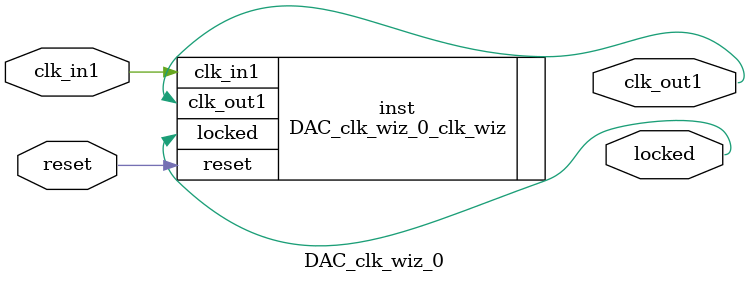
<source format=v>


`timescale 1ps/1ps

(* CORE_GENERATION_INFO = "DAC_clk_wiz_0,clk_wiz_v5_4_3_0,{component_name=DAC_clk_wiz_0,use_phase_alignment=true,use_min_o_jitter=false,use_max_i_jitter=false,use_dyn_phase_shift=false,use_inclk_switchover=false,use_dyn_reconfig=false,enable_axi=0,feedback_source=FDBK_AUTO,PRIMITIVE=MMCM,num_out_clk=1,clkin1_period=8.000,clkin2_period=10.000,use_power_down=false,use_reset=true,use_locked=true,use_inclk_stopped=false,feedback_type=SINGLE,CLOCK_MGR_TYPE=NA,manual_override=false}" *)

module DAC_clk_wiz_0 
 (
  // Clock out ports
  output        clk_out1,
  // Status and control signals
  input         reset,
  output        locked,
 // Clock in ports
  input         clk_in1
 );

  DAC_clk_wiz_0_clk_wiz inst
  (
  // Clock out ports  
  .clk_out1(clk_out1),
  // Status and control signals               
  .reset(reset), 
  .locked(locked),
 // Clock in ports
  .clk_in1(clk_in1)
  );

endmodule

</source>
